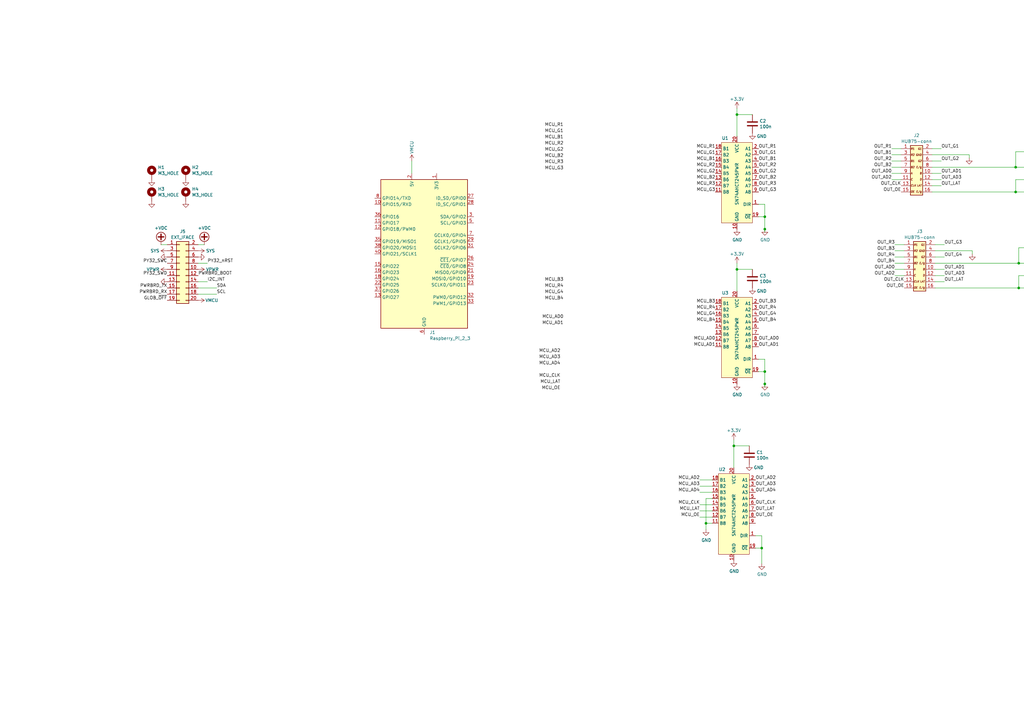
<source format=kicad_sch>
(kicad_sch (version 20231120) (generator "eeschema") (generator_version "8.0")
  (paper "A3")
  (lib_symbols
    (symbol "Connector:Raspberry_Pi_2_3"
      (property "Reference" "J" (at -17.78 31.75 0))
      (property "Value" "Raspberry_Pi_2_3" (at 10.16 -31.75 0))
      (symbol "Raspberry_Pi_2_3_0_1"
        (rectangle (start -17.78 30.48) (end 17.78 -30.48) (stroke (width 0.254)) (fill (type background)))
      )
      (symbol "Raspberry_Pi_2_3_1_1"
        (pin power_in line (at 5.08 33.02 270) (length 2.54) (name "3V3") (number "1"))
        (pin bidirectional line (at -20.32 20.32 0) (length 2.54) (name "GPIO15/RXD") (number "10"))
        (pin bidirectional line (at -20.32 12.7 0) (length 2.54) (name "GPIO17") (number "11"))
        (pin bidirectional line (at -20.32 10.16 0) (length 2.54) (name "GPIO18/PWM0") (number "12"))
        (pin bidirectional line (at -20.32 -17.78 0) (length 2.54) (name "GPIO27") (number "13"))
        (pin passive line (at 0 -33.02 90) (length 2.54) hide (name "GND") (number "14"))
        (pin bidirectional line (at -20.32 -5.08 0) (length 2.54) (name "GPIO22") (number "15"))
        (pin bidirectional line (at -20.32 -7.62 0) (length 2.54) (name "GPIO23") (number "16"))
        (pin passive line (at 5.08 33.02 270) (length 2.54) hide (name "3V3") (number "17"))
        (pin bidirectional line (at -20.32 -10.16 0) (length 2.54) (name "GPIO24") (number "18"))
        (pin bidirectional line (at 20.32 -10.16 180) (length 2.54) (name "MOSI0/GPIO10") (number "19"))
        (pin power_in line (at -5.08 33.02 270) (length 2.54) (name "5V") (number "2"))
        (pin passive line (at 0 -33.02 90) (length 2.54) hide (name "GND") (number "20"))
        (pin bidirectional line (at 20.32 -7.62 180) (length 2.54) (name "MISO0/GPIO9") (number "21"))
        (pin bidirectional line (at -20.32 -12.7 0) (length 2.54) (name "GPIO25") (number "22"))
        (pin bidirectional line (at 20.32 -12.7 180) (length 2.54) (name "SCLK0/GPIO11") (number "23"))
        (pin bidirectional line (at 20.32 -5.08 180) (length 2.54) (name "~{CE0}/GPIO8") (number "24"))
        (pin passive line (at 0 -33.02 90) (length 2.54) hide (name "GND") (number "25"))
        (pin bidirectional line (at 20.32 -2.54 180) (length 2.54) (name "~{CE1}/GPIO7") (number "26"))
        (pin bidirectional line (at 20.32 22.86 180) (length 2.54) (name "ID_SD/GPIO0") (number "27"))
        (pin bidirectional line (at 20.32 20.32 180) (length 2.54) (name "ID_SC/GPIO1") (number "28"))
        (pin bidirectional line (at 20.32 5.08 180) (length 2.54) (name "GCLK1/GPIO5") (number "29"))
        (pin bidirectional line (at 20.32 15.24 180) (length 2.54) (name "SDA/GPIO2") (number "3"))
        (pin passive line (at 0 -33.02 90) (length 2.54) hide (name "GND") (number "30"))
        (pin bidirectional line (at 20.32 2.54 180) (length 2.54) (name "GCLK2/GPIO6") (number "31"))
        (pin bidirectional line (at 20.32 -17.78 180) (length 2.54) (name "PWM0/GPIO12") (number "32"))
        (pin bidirectional line (at 20.32 -20.32 180) (length 2.54) (name "PWM1/GPIO13") (number "33"))
        (pin passive line (at 0 -33.02 90) (length 2.54) hide (name "GND") (number "34"))
        (pin bidirectional line (at -20.32 5.08 0) (length 2.54) (name "GPIO19/MISO1") (number "35"))
        (pin bidirectional line (at -20.32 15.24 0) (length 2.54) (name "GPIO16") (number "36"))
        (pin bidirectional line (at -20.32 -15.24 0) (length 2.54) (name "GPIO26") (number "37"))
        (pin bidirectional line (at -20.32 2.54 0) (length 2.54) (name "GPIO20/MOSI1") (number "38"))
        (pin passive line (at 0 -33.02 90) (length 2.54) hide (name "GND") (number "39"))
        (pin passive line (at -5.08 33.02 270) (length 2.54) hide (name "5V") (number "4"))
        (pin bidirectional line (at -20.32 0 0) (length 2.54) (name "GPIO21/SCLK1") (number "40"))
        (pin bidirectional line (at 20.32 12.7 180) (length 2.54) (name "SCL/GPIO3") (number "5"))
        (pin power_in line (at 0 -33.02 90) (length 2.54) (name "GND") (number "6"))
        (pin bidirectional line (at 20.32 7.62 180) (length 2.54) (name "GCLK0/GPIO4") (number "7"))
        (pin bidirectional line (at -20.32 22.86 0) (length 2.54) (name "GPIO14/TXD") (number "8"))
        (pin passive line (at 0 -33.02 90) (length 2.54) hide (name "GND") (number "9"))
      )
    )
    (symbol "Connector_Generic:Conn_02x10_Odd_Even" (pin_names (offset 1.016) hide)
      (property "Reference" "J" (at 1.27 12.7 0))
      (property "Value" "Conn_02x10_Odd_Even" (at 1.27 -15.24 0))
      (symbol "Conn_02x10_Odd_Even_1_1"
        (rectangle (start -1.27 -12.573) (end 0 -12.827) (stroke (width 0.1524)))
        (rectangle (start -1.27 -10.033) (end 0 -10.287) (stroke (width 0.1524)))
        (rectangle (start -1.27 -7.493) (end 0 -7.747) (stroke (width 0.1524)))
        (rectangle (start -1.27 -4.953) (end 0 -5.207) (stroke (width 0.1524)))
        (rectangle (start -1.27 -2.413) (end 0 -2.667) (stroke (width 0.1524)))
        (rectangle (start -1.27 0.127) (end 0 -0.127) (stroke (width 0.1524)))
        (rectangle (start -1.27 2.667) (end 0 2.413) (stroke (width 0.1524)))
        (rectangle (start -1.27 5.207) (end 0 4.953) (stroke (width 0.1524)))
        (rectangle (start -1.27 7.747) (end 0 7.493) (stroke (width 0.1524)))
        (rectangle (start -1.27 10.287) (end 0 10.033) (stroke (width 0.1524)))
        (rectangle (start -1.27 11.43) (end 3.81 -13.97) (stroke (width 0.254)) (fill (type background)))
        (rectangle (start 3.81 -12.573) (end 2.54 -12.827) (stroke (width 0.1524)))
        (rectangle (start 3.81 -10.033) (end 2.54 -10.287) (stroke (width 0.1524)))
        (rectangle (start 3.81 -7.493) (end 2.54 -7.747) (stroke (width 0.1524)))
        (rectangle (start 3.81 -4.953) (end 2.54 -5.207) (stroke (width 0.1524)))
        (rectangle (start 3.81 -2.413) (end 2.54 -2.667) (stroke (width 0.1524)))
        (rectangle (start 3.81 0.127) (end 2.54 -0.127) (stroke (width 0.1524)))
        (rectangle (start 3.81 2.667) (end 2.54 2.413) (stroke (width 0.1524)))
        (rectangle (start 3.81 5.207) (end 2.54 4.953) (stroke (width 0.1524)))
        (rectangle (start 3.81 7.747) (end 2.54 7.493) (stroke (width 0.1524)))
        (rectangle (start 3.81 10.287) (end 2.54 10.033) (stroke (width 0.1524)))
        (pin passive line (at -5.08 10.16 0) (length 3.81) (name "Pin_1") (number "1"))
        (pin passive line (at 7.62 0 180) (length 3.81) (name "Pin_10") (number "10"))
        (pin passive line (at -5.08 -2.54 0) (length 3.81) (name "Pin_11") (number "11"))
        (pin passive line (at 7.62 -2.54 180) (length 3.81) (name "Pin_12") (number "12"))
        (pin passive line (at -5.08 -5.08 0) (length 3.81) (name "Pin_13") (number "13"))
        (pin passive line (at 7.62 -5.08 180) (length 3.81) (name "Pin_14") (number "14"))
        (pin passive line (at -5.08 -7.62 0) (length 3.81) (name "Pin_15") (number "15"))
        (pin passive line (at 7.62 -7.62 180) (length 3.81) (name "Pin_16") (number "16"))
        (pin passive line (at -5.08 -10.16 0) (length 3.81) (name "Pin_17") (number "17"))
        (pin passive line (at 7.62 -10.16 180) (length 3.81) (name "Pin_18") (number "18"))
        (pin passive line (at -5.08 -12.7 0) (length 3.81) (name "Pin_19") (number "19"))
        (pin passive line (at 7.62 10.16 180) (length 3.81) (name "Pin_2") (number "2"))
        (pin passive line (at 7.62 -12.7 180) (length 3.81) (name "Pin_20") (number "20"))
        (pin passive line (at -5.08 7.62 0) (length 3.81) (name "Pin_3") (number "3"))
        (pin passive line (at 7.62 7.62 180) (length 3.81) (name "Pin_4") (number "4"))
        (pin passive line (at -5.08 5.08 0) (length 3.81) (name "Pin_5") (number "5"))
        (pin passive line (at 7.62 5.08 180) (length 3.81) (name "Pin_6") (number "6"))
        (pin passive line (at -5.08 2.54 0) (length 3.81) (name "Pin_7") (number "7"))
        (pin passive line (at 7.62 2.54 180) (length 3.81) (name "Pin_8") (number "8"))
        (pin passive line (at -5.08 0 0) (length 3.81) (name "Pin_9") (number "9"))
      )
    )
    (symbol "Critbit_lib:HUB75-conn" (pin_names (offset 1.016) hide)
      (property "Reference" "J" (at 1.27 10.16 0))
      (property "Value" "HUB75-conn" (at 1.27 -12.7 0))
      (symbol "HUB75-conn_1_1"
        (rectangle (start -1.27 8.89) (end 3.81 -11.43) (stroke (width 0.254)) (fill (type background)))
        (text "G1\n\nGND\n\nG2\n\nE/g\n\nB\n\nD\n\nLAT\n\nE/g" (at 3.4966 -1.2314 0) (effects (font (size 0.78 0.78) (italic yes)) (justify right)))
        (text "R1\n\nR2\n\nB1\n\nB2\n\nA\n\nC\n\nCLK\n\nOE" (at -1.1884 -1.2314 0) (effects (font (size 0.78 0.78) (italic yes)) (justify left)))
        (pin passive line (at -5.08 7.62 0) (length 3.81) (name "Pin_1") (number "1"))
        (pin passive line (at 7.62 -2.54 180) (length 3.81) (name "Pin_10") (number "10"))
        (pin passive line (at -5.08 -5.08 0) (length 3.81) (name "Pin_11") (number "11"))
        (pin passive line (at 7.62 -5.08 180) (length 3.81) (name "Pin_12") (number "12"))
        (pin passive line (at -5.08 -7.62 0) (length 3.81) (name "Pin_13") (number "13"))
        (pin passive line (at 7.62 -7.62 180) (length 3.81) (name "Pin_14") (number "14"))
        (pin passive line (at -5.08 -10.16 0) (length 3.81) (name "Pin_15") (number "15"))
        (pin passive line (at 7.62 -10.16 180) (length 3.81) (name "Pin_16") (number "16"))
        (pin passive line (at 7.62 7.62 180) (length 3.81) (name "Pin_2") (number "2"))
        (pin passive line (at -5.08 5.08 0) (length 3.81) (name "Pin_3") (number "3"))
        (pin passive line (at 7.62 5.08 180) (length 3.81) (name "Pin_4") (number "4"))
        (pin passive line (at -5.08 2.54 0) (length 3.81) (name "Pin_5") (number "5"))
        (pin passive line (at 7.62 2.54 180) (length 3.81) (name "Pin_6") (number "6"))
        (pin passive line (at -5.08 0 0) (length 3.81) (name "Pin_7") (number "7"))
        (pin passive line (at 7.62 0 180) (length 3.81) (name "Pin_8") (number "8"))
        (pin passive line (at -5.08 -2.54 0) (length 3.81) (name "Pin_9") (number "9"))
      )
    )
    (symbol "Device:C" (pin_numbers hide) (pin_names (offset 0.254))
      (property "Reference" "C" (at 0.635 2.54 0))
      (property "Value" "C" (at 0.635 -2.54 0))
      (symbol "C_0_1"
        (polyline (pts (xy -2.032 -0.762) (xy 2.032 -0.762)) (stroke (width 0.508)))
        (polyline (pts (xy -2.032 0.762) (xy 2.032 0.762)) (stroke (width 0.508)))
      )
      (symbol "C_1_1"
        (pin passive line (at 0 3.81 270) (length 2.794) (name "~") (number "1"))
        (pin passive line (at 0 -3.81 90) (length 2.794) (name "~") (number "2"))
      )
    )
    (symbol "Device:R_Small" (pin_numbers hide) (pin_names (offset 0.254) hide)
      (property "Reference" "R" (at 0.762 0.508 0))
      (property "Value" "R_Small" (at 0.762 -1.016 0))
      (symbol "R_Small_0_1"
        (rectangle (start -0.762 1.778) (end 0.762 -1.778) (stroke (width 0.2032)))
      )
      (symbol "R_Small_1_1"
        (pin passive line (at 0 2.54 270) (length 0.762) (name "~") (number "1"))
        (pin passive line (at 0 -2.54 90) (length 0.762) (name "~") (number "2"))
      )
    )
    (symbol "Mechanical:MountingHole_Pad" (pin_numbers hide) (pin_names (offset 1.016) hide) (exclude_from_sim yes) (in_bom no)
      (property "Reference" "H" (at 0 6.35 0))
      (property "Value" "MountingHole_Pad" (at 0 4.445 0))
      (symbol "MountingHole_Pad_0_1"
        (circle (center 0 1.27) (radius 1.27) (stroke (width 1.27)))
      )
      (symbol "MountingHole_Pad_1_1"
        (pin input line (at 0 -2.54 90) (length 2.54) (name "1") (number "1"))
      )
    )
    (symbol "easyeda2kicad:SN74AHCT245PWR"
      (property "Reference" "U" (at 0 16.51 0))
      (property "Value" "SN74AHCT245PWR" (at 9.398 -18.034 0))
      (symbol "SN74AHCT245PWR_0_1"
        (rectangle (start -6.35 16.51) (end 6.35 -16.51) (fill (type background)))
        (pin unspecified line (at -8.89 -8.89 0) (length 2.54) (name "DIR") (number "1"))
        (pin unspecified line (at 0 -19.05 90) (length 2.54) (name "GND") (number "10"))
        (pin unspecified line (at 8.89 -3.81 180) (length 2.54) (name "B8") (number "11"))
        (pin unspecified line (at 8.89 -1.27 180) (length 2.54) (name "B7") (number "12"))
        (pin unspecified line (at 8.89 1.27 180) (length 2.54) (name "B6") (number "13"))
        (pin unspecified line (at 8.89 3.81 180) (length 2.54) (name "B5") (number "14"))
        (pin unspecified line (at 8.89 6.35 180) (length 2.54) (name "B4") (number "15"))
        (pin unspecified line (at 8.89 8.89 180) (length 2.54) (name "B3") (number "16"))
        (pin unspecified line (at 8.89 11.43 180) (length 2.54) (name "B2") (number "17"))
        (pin unspecified line (at 8.89 13.97 180) (length 2.54) (name "B1") (number "18"))
        (pin unspecified line (at -8.89 -13.97 0) (length 2.54) (name "~{OE}") (number "19"))
        (pin unspecified line (at -8.89 13.97 0) (length 2.54) (name "A1") (number "2"))
        (pin unspecified line (at 0 19.05 270) (length 2.54) (name "VCC") (number "20"))
        (pin unspecified line (at -8.89 11.43 0) (length 2.54) (name "A2") (number "3"))
        (pin unspecified line (at -8.89 8.89 0) (length 2.54) (name "A3") (number "4"))
        (pin unspecified line (at -8.89 6.35 0) (length 2.54) (name "A4") (number "5"))
        (pin unspecified line (at -8.89 3.81 0) (length 2.54) (name "A5") (number "6"))
        (pin unspecified line (at -8.89 1.27 0) (length 2.54) (name "A6") (number "7"))
        (pin unspecified line (at -8.89 -1.27 0) (length 2.54) (name "A7") (number "8"))
        (pin unspecified line (at -8.89 -3.81 0) (length 2.54) (name "A8") (number "9"))
      )
    )
    (symbol "power:+3.3V" (power) (pin_names (offset 0))
      (property "Value" "+3.3V" (at 0 3.556 0))
      (symbol "+3.3V_0_1"
        (polyline (pts (xy -0.762 1.27) (xy 0 2.54)))
        (polyline (pts (xy 0 0) (xy 0 2.54)))
        (polyline (pts (xy 0 2.54) (xy 0.762 1.27)))
      )
      (symbol "+3.3V_1_1"
        (pin power_in line (at 0 0 90) (length 0) hide (name "+3.3V") (number "1"))
      )
    )
    (symbol "power:+5V" (power) (pin_names (offset 0))
      (property "Value" "+5V" (at 0 3.556 0))
      (symbol "+5V_0_1"
        (polyline (pts (xy -0.762 1.27) (xy 0 2.54)))
        (polyline (pts (xy 0 0) (xy 0 2.54)))
        (polyline (pts (xy 0 2.54) (xy 0.762 1.27)))
      )
      (symbol "+5V_1_1"
        (pin power_in line (at 0 0 90) (length 0) hide (name "+5V") (number "1"))
      )
    )
    (symbol "power:+BATT" (power) (pin_names (offset 0))
      (property "Value" "+BATT" (at 0 3.556 0))
      (symbol "+BATT_0_1"
        (polyline (pts (xy -0.762 1.27) (xy 0 2.54)))
        (polyline (pts (xy 0 0) (xy 0 2.54)))
        (polyline (pts (xy 0 2.54) (xy 0.762 1.27)))
      )
      (symbol "+BATT_1_1"
        (pin power_in line (at 0 0 90) (length 0) hide (name "+BATT") (number "1"))
      )
    )
    (symbol "power:+VDC" (power) (pin_numbers hide) (pin_names (offset 0) hide)
      (property "Value" "+VDC" (at 0 6.35 0))
      (symbol "+VDC_0_1"
        (polyline (pts (xy -1.143 3.175) (xy 1.143 3.175)) (stroke (width 0.508)))
        (polyline (pts (xy 0 0) (xy 0 1.27)))
        (polyline (pts (xy 0 2.032) (xy 0 4.318)) (stroke (width 0.508)))
        (circle (center 0 3.175) (radius 1.905) (stroke (width 0.254)))
      )
      (symbol "+VDC_1_1"
        (pin power_in line (at 0 0 90) (length 0) (name "~") (number "1"))
      )
    )
    (symbol "power:GND" (power) (pin_names (offset 0))
      (property "Value" "GND" (at 0 -3.81 0))
      (symbol "GND_0_1"
        (polyline (pts (xy 0 0) (xy 0 -1.27) (xy 1.27 -1.27) (xy 0 -2.54) (xy -1.27 -1.27) (xy 0 -1.27)))
      )
      (symbol "GND_1_1"
        (pin power_in line (at 0 0 270) (length 0) hide (name "GND") (number "1"))
      )
    )
  )
  (junction (at 302.26 46.99))
  (junction (at 313.69 93.98))
  (junction (at 426.72 68.58))
  (junction (at 416.56 78.74))
  (junction (at 417.83 118.11))
  (junction (at 300.99 182.88))
  (junction (at 312.42 224.79))
  (junction (at 302.26 110.49))
  (junction (at 313.69 157.48))
  (junction (at 417.83 107.95))
  (junction (at 427.99 107.95))
  (junction (at 416.56 68.58))
  (junction (at 313.69 88.9))
  (junction (at 289.56 214.63))
  (junction (at 313.69 152.4))
  (wire (pts (xy 417.83 113.03) (xy 421.64 113.03)))
  (wire (pts (xy 429.26 118.11) (xy 426.72 118.11)))
  (wire (pts (xy 398.78 102.87) (xy 398.78 104.14)))
  (wire (pts (xy 365.76 60.96) (xy 369.57 60.96)))
  (wire (pts (xy 68.58 100.33) (xy 66.04 100.33)))
  (wire (pts (xy 313.69 83.82) (xy 311.15 83.82)))
  (wire (pts (xy 382.27 78.74) (xy 416.56 78.74)))
  (wire (pts (xy 425.45 73.66) (xy 426.72 73.66)))
  (wire (pts (xy 287.02 209.55) (xy 292.1 209.55)))
  (wire (pts (xy 386.08 66.04) (xy 382.27 66.04)))
  (wire (pts (xy 382.27 63.5) (xy 397.51 63.5)))
  (wire (pts (xy 312.42 219.71) (xy 309.88 219.71)))
  (wire (pts (xy 302.26 44.45) (xy 302.26 46.99)))
  (wire (pts (xy 416.56 78.74) (xy 416.56 73.66)))
  (wire (pts (xy 426.72 68.58) (xy 427.99 68.58)))
  (wire (pts (xy 287.02 207.01) (xy 292.1 207.01)))
  (wire (pts (xy 289.56 204.47) (xy 292.1 204.47)))
  (wire (pts (xy 287.02 201.93) (xy 292.1 201.93)))
  (wire (pts (xy 365.76 63.5) (xy 369.57 63.5)))
  (wire (pts (xy 302.26 46.99) (xy 302.26 55.88)))
  (wire (pts (xy 387.35 100.33) (xy 383.54 100.33)))
  (wire (pts (xy 312.42 224.79) (xy 312.42 231.14)))
  (wire (pts (xy 426.72 62.23) (xy 425.45 62.23)))
  (wire (pts (xy 302.26 110.49) (xy 308.61 110.49)))
  (wire (pts (xy 367.03 102.87) (xy 370.84 102.87)))
  (wire (pts (xy 426.72 63.5) (xy 426.72 62.23)))
  (wire (pts (xy 302.26 107.95) (xy 302.26 110.49)))
  (wire (pts (xy 387.35 113.03) (xy 383.54 113.03)))
  (wire (pts (xy 387.35 115.57) (xy 383.54 115.57)))
  (wire (pts (xy 416.56 68.58) (xy 420.37 68.58)))
  (wire (pts (xy 300.99 180.34) (xy 300.99 182.88)))
  (wire (pts (xy 81.28 118.11) (xy 88.9 118.11)))
  (wire (pts (xy 287.02 212.09) (xy 292.1 212.09)))
  (wire (pts (xy 287.02 196.85) (xy 292.1 196.85)))
  (wire (pts (xy 386.08 60.96) (xy 382.27 60.96)))
  (wire (pts (xy 313.69 152.4) (xy 313.69 147.32)))
  (wire (pts (xy 83.82 100.33) (xy 81.28 100.33)))
  (wire (pts (xy 311.15 152.4) (xy 313.69 152.4)))
  (wire (pts (xy 387.35 110.49) (xy 383.54 110.49)))
  (wire (pts (xy 382.27 68.58) (xy 416.56 68.58)))
  (wire (pts (xy 313.69 147.32) (xy 311.15 147.32)))
  (wire (pts (xy 289.56 214.63) (xy 292.1 214.63)))
  (wire (pts (xy 302.26 110.49) (xy 302.26 119.38)))
  (wire (pts (xy 365.76 68.58) (xy 369.57 68.58)))
  (wire (pts (xy 309.88 224.79) (xy 312.42 224.79)))
  (wire (pts (xy 383.54 102.87) (xy 398.78 102.87)))
  (wire (pts (xy 313.69 158.75) (xy 313.69 157.48)))
  (wire (pts (xy 365.76 71.12) (xy 369.57 71.12)))
  (wire (pts (xy 289.56 214.63) (xy 289.56 204.47)))
  (wire (pts (xy 427.99 113.03) (xy 427.99 107.95)))
  (wire (pts (xy 417.83 118.11) (xy 421.64 118.11)))
  (wire (pts (xy 313.69 157.48) (xy 313.69 152.4)))
  (wire (pts (xy 386.08 76.2) (xy 382.27 76.2)))
  (wire (pts (xy 427.99 102.87) (xy 427.99 101.6)))
  (wire (pts (xy 302.26 46.99) (xy 308.61 46.99)))
  (wire (pts (xy 367.03 110.49) (xy 370.84 110.49)))
  (wire (pts (xy 417.83 101.6) (xy 417.83 107.95)))
  (wire (pts (xy 85.09 107.95) (xy 81.28 107.95)))
  (wire (pts (xy 81.28 115.57) (xy 85.09 115.57)))
  (wire (pts (xy 287.02 199.39) (xy 292.1 199.39)))
  (wire (pts (xy 386.08 73.66) (xy 382.27 73.66)))
  (wire (pts (xy 367.03 105.41) (xy 370.84 105.41)))
  (wire (pts (xy 300.99 182.88) (xy 300.99 191.77)))
  (wire (pts (xy 427.99 78.74) (xy 425.45 78.74)))
  (wire (pts (xy 426.72 107.95) (xy 427.99 107.95)))
  (wire (pts (xy 417.83 107.95) (xy 421.64 107.95)))
  (wire (pts (xy 416.56 62.23) (xy 416.56 68.58)))
  (wire (pts (xy 367.03 107.95) (xy 370.84 107.95)))
  (wire (pts (xy 313.69 93.98) (xy 313.69 88.9)))
  (wire (pts (xy 417.83 118.11) (xy 417.83 113.03)))
  (wire (pts (xy 312.42 224.79) (xy 312.42 219.71)))
  (wire (pts (xy 313.69 88.9) (xy 313.69 83.82)))
  (wire (pts (xy 367.03 113.03) (xy 370.84 113.03)))
  (wire (pts (xy 383.54 107.95) (xy 417.83 107.95)))
  (wire (pts (xy 311.15 88.9) (xy 313.69 88.9)))
  (wire (pts (xy 427.99 80.01) (xy 427.99 78.74)))
  (wire (pts (xy 386.08 71.12) (xy 382.27 71.12)))
  (wire (pts (xy 81.28 120.65) (xy 88.9 120.65)))
  (wire (pts (xy 429.26 119.38) (xy 429.26 118.11)))
  (wire (pts (xy 387.35 105.41) (xy 383.54 105.41)))
  (wire (pts (xy 313.69 95.25) (xy 313.69 93.98)))
  (wire (pts (xy 416.56 73.66) (xy 420.37 73.66)))
  (wire (pts (xy 426.72 73.66) (xy 426.72 68.58)))
  (wire (pts (xy 421.64 101.6) (xy 417.83 101.6)))
  (wire (pts (xy 397.51 63.5) (xy 397.51 64.77)))
  (wire (pts (xy 289.56 217.17) (xy 289.56 214.63)))
  (wire (pts (xy 427.99 101.6) (xy 426.72 101.6)))
  (wire (pts (xy 300.99 182.88) (xy 307.34 182.88)))
  (wire (pts (xy 383.54 118.11) (xy 417.83 118.11)))
  (wire (pts (xy 425.45 68.58) (xy 426.72 68.58)))
  (wire (pts (xy 416.56 78.74) (xy 420.37 78.74)))
  (wire (pts (xy 367.03 100.33) (xy 370.84 100.33)))
  (wire (pts (xy 427.99 107.95) (xy 429.26 107.95)))
  (wire (pts (xy 365.76 66.04) (xy 369.57 66.04)))
  (wire (pts (xy 426.72 113.03) (xy 427.99 113.03)))
  (wire (pts (xy 365.76 73.66) (xy 369.57 73.66)))
  (wire (pts (xy 168.91 66.04) (xy 168.91 71.12)))
  (wire (pts (xy 420.37 62.23) (xy 416.56 62.23)))
  (label "OUT_LAT" (at 309.88 209.55 0))
  (label "OUT_AD2" (at 365.76 73.66 180))
  (label "OUT_AD3" (at 386.08 73.66 0))
  (label "OUT_AD1" (at 386.08 71.12 0))
  (label "OUT_B4" (at 367.03 107.95 180))
  (label "OUT_AD4" (at 429.26 107.95 0))
  (label "PWRBRD_RX" (at 68.58 120.65 180))
  (label "OUT_G2" (at 386.08 66.04 0))
  (label "MCU_R1" (at 293.37 60.96 180))
  (label "MCU_AD4" (at 229.87 149.86 180))
  (label "MCU_CLK" (at 229.87 154.94 180))
  (label "OUT_AD0" (at 311.15 139.7 0))
  (label "OUT_R4" (at 311.15 127 0))
  (label "OUT_G4" (at 311.15 129.54 0))
  (label "MCU_B1" (at 231.14 57.15 180))
  (label "MCU_LAT" (at 287.02 209.55 180))
  (label "MCU_AD0" (at 231.14 130.81 180))
  (label "MCU_B3" (at 293.37 124.46 180))
  (label "MCU_B4" (at 293.37 132.08 180))
  (label "OUT_R2" (at 311.15 68.58 0))
  (label "OUT_G1" (at 386.08 60.96 0))
  (label "PY32_SWC" (at 68.58 107.95 180))
  (label "OUT_AD2" (at 309.88 196.85 0))
  (label "MCU_CLK" (at 287.02 207.01 180))
  (label "OUT_CLK" (at 369.57 76.2 180))
  (label "OUT_B3" (at 367.03 102.87 180))
  (label "MCU_G1" (at 231.14 54.61 180))
  (label "OUT_LAT" (at 387.35 115.57 0))
  (label "OUT_OE" (at 369.57 78.74 180))
  (label "MCU_B1" (at 293.37 66.04 180))
  (label "GLOB_~{OFF}" (at 68.58 123.19 180))
  (label "MCU_G3" (at 293.37 78.74 180))
  (label "MCU_B2" (at 231.14 64.77 180))
  (label "OUT_OE" (at 370.84 118.11 180))
  (label "OUT_B3" (at 311.15 124.46 0))
  (label "MCU_R3" (at 231.14 67.31 180))
  (label "MCU_AD1" (at 293.37 142.24 180))
  (label "OUT_CLK" (at 370.84 115.57 180))
  (label "OUT_CLK" (at 309.88 207.01 0))
  (label "OUT_G2" (at 311.15 71.12 0))
  (label "MCU_OE" (at 229.87 160.02 180))
  (label "MCU_G2" (at 293.37 71.12 180))
  (label "OUT_LAT" (at 386.08 76.2 0))
  (label "OUT_R1" (at 311.15 60.96 0))
  (label "OUT_AD3" (at 387.35 113.03 0))
  (label "OUT_B1" (at 311.15 66.04 0))
  (label "OUT_G4" (at 387.35 105.41 0))
  (label "SDA" (at 88.9 118.11 0))
  (label "MCU_AD3" (at 287.02 199.39 180))
  (label "OUT_B4" (at 311.15 132.08 0))
  (label "OUT_AD2" (at 367.03 113.03 180))
  (label "OUT_AD3" (at 309.88 199.39 0))
  (label "MCU_AD3" (at 229.87 147.32 180))
  (label "OUT_AD1" (at 387.35 110.49 0))
  (label "OUT_B2" (at 365.76 68.58 180))
  (label "OUT_AD4" (at 309.88 201.93 0))
  (label "MCU_AD1" (at 231.14 133.35 180))
  (label "OUT_R2" (at 365.76 66.04 180))
  (label "OUT_G1" (at 311.15 63.5 0))
  (label "SCL" (at 88.9 120.65 0))
  (label "OUT_AD4" (at 427.99 68.58 0))
  (label "MCU_G1" (at 293.37 63.5 180))
  (label "MCU_B2" (at 293.37 73.66 180))
  (label "OUT_B1" (at 365.76 63.5 180))
  (label "MCU_G4" (at 293.37 129.54 180))
  (label "PWRBRD_TX" (at 68.58 118.11 180))
  (label "PY32_SWD" (at 68.58 113.03 180))
  (label "MCU_R4" (at 231.14 118.11 180))
  (label "MCU_R4" (at 293.37 127 180))
  (label "PWRBRD_BOOT" (at 81.28 113.03 0))
  (label "OUT_AD0" (at 367.03 110.49 180))
  (label "MCU_R1" (at 231.14 52.07 180))
  (label "MCU_AD2" (at 229.87 144.78 180))
  (label "MCU_AD4" (at 287.02 201.93 180))
  (label "OUT_R1" (at 365.76 60.96 180))
  (label "OUT_G3" (at 387.35 100.33 0))
  (label "MCU_R2" (at 293.37 68.58 180))
  (label "OUT_B2" (at 311.15 73.66 0))
  (label "MCU_G4" (at 231.14 120.65 180))
  (label "OUT_R3" (at 367.03 100.33 180))
  (label "MCU_AD0" (at 293.37 139.7 180))
  (label "OUT_G3" (at 311.15 78.74 0))
  (label "MCU_B3" (at 231.14 115.57 180))
  (label "MCU_G3" (at 231.14 69.85 180))
  (label "MCU_B4" (at 231.14 123.19 180))
  (label "MCU_G2" (at 231.14 62.23 180))
  (label "OUT_R4" (at 367.03 105.41 180))
  (label "I2C_INT" (at 85.09 115.57 0))
  (label "MCU_AD2" (at 287.02 196.85 180))
  (label "OUT_AD1" (at 311.15 142.24 0))
  (label "OUT_OE" (at 309.88 212.09 0))
  (label "PY32_nRST" (at 85.09 107.95 0))
  (label "OUT_AD0" (at 365.76 71.12 180))
  (label "MCU_R3" (at 293.37 76.2 180))
  (label "MCU_OE" (at 287.02 212.09 180))
  (label "OUT_R3" (at 311.15 76.2 0))
  (label "MCU_LAT" (at 229.87 157.48 180))
  (label "MCU_R2" (at 231.14 59.69 180))
  (symbol (lib_id "Device:R_Small") (at 422.91 78.74 270) (mirror x) (unit 1)
    (property "Reference" "R4" (at 422.91 76.962 90))
    (property "Value" "0R/0603" (at 423.164 80.264 90) (effects (font (size 0.65 0.65))))
    (property "Footprint" "Resistor_SMD:R_0603_1608Metric" (effects (hide yes)))
    (property "LCSC" "C21189" (effects (hide yes)))
  )
  (symbol (lib_id "power:GND") (at 76.2 82.55 0) (unit 1)
    (property "Reference" "#PWR0121" (effects (hide yes)))
    (property "Value" "GND" (effects (hide yes)))
  )
  (symbol (lib_id "Device:R_Small") (at 422.91 62.23 270) (mirror x) (unit 1) (dnp yes)
    (property "Reference" "R1" (at 422.91 60.452 90))
    (property "Value" "DNP/0603" (at 423.164 63.754 90) (effects (font (size 0.65 0.65))))
    (property "Footprint" "Resistor_SMD:R_0603_1608Metric" (effects (hide yes)))
  )
  (symbol (lib_id "power:GND") (at 302.26 157.48 0) (unit 1)
    (property "Reference" "#PWR019" (effects (hide yes)))
    (property "Value" "GND" (at 302.387 161.8742 0))
  )
  (symbol (lib_id "Mechanical:MountingHole_Pad") (at 76.2 71.12 0) (unit 1) (exclude_from_sim yes) (in_bom no)
    (property "Reference" "H2" (at 78.74 68.6378 0) (effects (justify left)))
    (property "Value" "M3_HOLE" (at 78.74 71.0621 0) (effects (justify left)))
    (property "Footprint" "MountingHole:MountingHole_3.2mm_M3_DIN965_Pad" (effects (hide yes)))
    (property "Description" "Mounting Hole with connection" (effects (hide yes)))
  )
  (symbol (lib_id "Device:R_Small") (at 422.91 73.66 270) (mirror x) (unit 1) (dnp yes)
    (property "Reference" "R3" (at 422.91 71.882 90))
    (property "Value" "DNP/0603" (at 423.164 75.184 90) (effects (font (size 0.65 0.65))))
    (property "Footprint" "Resistor_SMD:R_0603_1608Metric" (effects (hide yes)))
  )
  (symbol (lib_id "power:+5V") (at 68.58 110.49 90) (unit 1)
    (property "Reference" "#PWR013" (effects (hide yes)))
    (property "Value" "VPWR" (at 65.405 110.49 90) (effects (justify left)))
  )
  (symbol (lib_id "power:GND") (at 397.51 64.77 0) (mirror y) (unit 1)
    (property "Reference" "#PWR023" (effects (hide yes)))
    (property "Value" "GND" (effects (hide yes)))
  )
  (symbol (lib_id "easyeda2kicad:SN74AHCT245PWR") (at 302.26 74.93 0) (mirror y) (unit 1)
    (property "Reference" "U1" (at 297.434 56.642 0))
    (property "Value" "SN74AHCT245PWR" (at 302.26 75.438 90))
    (property "Footprint" "easyeda2kicad:TSSOP-20_L6.5-W4.4-P0.65-LS6.4-BL" (effects (hide yes)))
    (property "Datasheet" "https://lcsc.com/product-detail/74-Series_TI_SN74AHCT245PWR_SN74AHCT245PWR_C10910.html" (effects (hide yes)))
    (property "LCSC" "C10910" (effects (hide yes)))
  )
  (symbol (lib_id "power:GND") (at 289.56 217.17 0) (unit 1)
    (property "Reference" "#PWR09" (effects (hide yes)))
    (property "Value" "GND" (at 289.687 221.5642 0))
  )
  (symbol (lib_id "Device:C") (at 308.61 114.3 0) (unit 1)
    (property "Reference" "C3" (at 311.531 113.1316 0) (effects (justify left)))
    (property "Value" "100n" (at 311.531 115.443 0) (effects (justify left)))
    (property "Footprint" "Capacitor_SMD:C_0402_1005Metric" (effects (hide yes)))
    (property "LCSC" "C1525" (effects (hide yes)))
  )
  (symbol (lib_id "power:GND") (at 302.26 93.98 0) (unit 1)
    (property "Reference" "#PWR010" (effects (hide yes)))
    (property "Value" "GND" (at 302.387 98.3742 0))
  )
  (symbol (lib_id "Mechanical:MountingHole_Pad") (at 62.23 71.12 0) (unit 1) (exclude_from_sim yes) (in_bom no)
    (property "Reference" "H1" (at 64.77 68.6378 0) (effects (justify left)))
    (property "Value" "M3_HOLE" (at 64.77 71.0621 0) (effects (justify left)))
    (property "Footprint" "MountingHole:MountingHole_3.2mm_M3_DIN965_Pad" (effects (hide yes)))
    (property "Description" "Mounting Hole with connection" (effects (hide yes)))
  )
  (symbol (lib_id "power:GND") (at 429.26 119.38 0) (mirror y) (unit 1)
    (property "Reference" "#PWR028" (effects (hide yes)))
    (property "Value" "GND" (effects (hide yes)))
  )
  (symbol (lib_id "power:+5V") (at 81.28 110.49 270) (unit 1)
    (property "Reference" "#PWR014" (effects (hide yes)))
    (property "Value" "VPWR" (at 84.455 110.49 90) (effects (justify left)))
  )
  (symbol (lib_id "power:+3.3V") (at 300.99 180.34 0) (mirror y) (unit 1)
    (property "Reference" "#PWR05" (effects (hide yes)))
    (property "Value" "+3.3V" (at 300.99 176.53 0))
  )
  (symbol (lib_id "Device:R_Small") (at 424.18 101.6 270) (mirror x) (unit 1) (dnp yes)
    (property "Reference" "R5" (at 424.18 99.822 90))
    (property "Value" "DNP/0603" (at 424.434 103.124 90) (effects (font (size 0.65 0.65))))
    (property "Footprint" "Resistor_SMD:R_0603_1608Metric" (effects (hide yes)))
  )
  (symbol (lib_id "power:GND") (at 426.72 63.5 0) (mirror y) (unit 1)
    (property "Reference" "#PWR022" (effects (hide yes)))
    (property "Value" "GND" (effects (hide yes)))
  )
  (symbol (lib_id "power:GND") (at 427.99 80.01 0) (mirror y) (unit 1)
    (property "Reference" "#PWR024" (effects (hide yes)))
    (property "Value" "GND" (effects (hide yes)))
  )
  (symbol (lib_id "power:GND") (at 307.34 190.5 0) (unit 1)
    (property "Reference" "#PWR08" (effects (hide yes)))
    (property "Value" "GND" (at 311.15 191.77 0))
  )
  (symbol (lib_id "power:+BATT") (at 68.58 102.87 90) (unit 1)
    (property "Reference" "#PWR027" (effects (hide yes)))
    (property "Value" "SYS" (at 65.405 102.87 90) (effects (justify left)))
  )
  (symbol (lib_id "power:GND") (at 398.78 104.14 0) (mirror y) (unit 1)
    (property "Reference" "#PWR026" (effects (hide yes)))
    (property "Value" "GND" (effects (hide yes)))
  )
  (symbol (lib_id "power:GND") (at 312.42 231.14 0) (unit 1)
    (property "Reference" "#PWR015" (effects (hide yes)))
    (property "Value" "GND" (at 312.547 235.5342 0))
  )
  (symbol (lib_id "Connector:Raspberry_Pi_2_3") (at 173.99 104.14 0) (unit 1)
    (property "Reference" "J1" (at 176.1841 136.3401 0) (effects (justify left)))
    (property "Value" "Raspberry_Pi_2_3" (at 176.1841 138.7644 0) (effects (justify left)))
    (property "Footprint" "Module:Raspberry_Pi_Zero_Socketed_THT_FaceDown_MountingHoles" (effects (hide yes)))
    (property "Datasheet" "https://www.raspberrypi.org/documentation/hardware/raspberrypi/schematics/rpi_SCH_3bplus_1p0_reduced.pdf" (effects (hide yes)))
    (property "Description" "expansion header for Raspberry Pi 2 & 3" (effects (hide yes)))
  )
  (symbol (lib_id "Device:R_Small") (at 424.18 118.11 270) (mirror x) (unit 1)
    (property "Reference" "R8" (at 424.18 116.332 90))
    (property "Value" "0R/0603" (at 424.434 119.634 90) (effects (font (size 0.65 0.65))))
    (property "Footprint" "Resistor_SMD:R_0603_1608Metric" (effects (hide yes)))
    (property "LCSC" "C21189" (effects (hide yes)))
  )
  (symbol (lib_id "easyeda2kicad:SN74AHCT245PWR") (at 302.26 138.43 0) (mirror y) (unit 1)
    (property "Reference" "U3" (at 297.434 120.142 0))
    (property "Value" "SN74AHCT245PWR" (at 302.26 138.938 90))
    (property "Footprint" "easyeda2kicad:TSSOP-20_L6.5-W4.4-P0.65-LS6.4-BL" (effects (hide yes)))
    (property "Datasheet" "https://lcsc.com/product-detail/74-Series_TI_SN74AHCT245PWR_SN74AHCT245PWR_C10910.html" (effects (hide yes)))
    (property "LCSC" "C10910" (effects (hide yes)))
  )
  (symbol (lib_id "power:GND") (at 68.58 105.41 270) (mirror x) (unit 1)
    (property "Reference" "#PWR055" (effects (hide yes)))
    (property "Value" "GND" (effects (hide yes)))
  )
  (symbol (lib_id "Connector_Generic:Conn_02x10_Odd_Even") (at 73.66 110.49 0) (unit 1)
    (property "Reference" "J5" (at 74.93 94.9155 0))
    (property "Value" "EXT_IFACE" (at 74.93 97.3398 0))
    (property "Footprint" "Connector_PinHeader_2.54mm:PinHeader_2x10_P2.54mm_Vertical" (effects (hide yes)))
    (property "Description" "Generic connector, double row, 02x10, odd/even pin numbering scheme (row 1 odd numbers, row 2 even numbers), script generated (kicad-library-utils/schlib/autogen/connector/)" (effects (hide yes)))
  )
  (symbol (lib_id "power:GND") (at 308.61 54.61 0) (unit 1)
    (property "Reference" "#PWR07" (effects (hide yes)))
    (property "Value" "GND" (at 312.42 55.88 0))
  )
  (symbol (lib_id "Device:C") (at 307.34 186.69 0) (unit 1)
    (property "Reference" "C1" (at 310.261 185.5216 0) (effects (justify left)))
    (property "Value" "100n" (at 310.261 187.833 0) (effects (justify left)))
    (property "Footprint" "Capacitor_SMD:C_0402_1005Metric" (effects (hide yes)))
    (property "LCSC" "C1525" (effects (hide yes)))
  )
  (symbol (lib_id "easyeda2kicad:SN74AHCT245PWR") (at 300.99 210.82 0) (mirror y) (unit 1)
    (property "Reference" "U2" (at 296.164 192.532 0))
    (property "Value" "SN74AHCT245PWR" (at 300.99 211.328 90))
    (property "Footprint" "easyeda2kicad:TSSOP-20_L6.5-W4.4-P0.65-LS6.4-BL" (effects (hide yes)))
    (property "Datasheet" "https://lcsc.com/product-detail/74-Series_TI_SN74AHCT245PWR_SN74AHCT245PWR_C10910.html" (effects (hide yes)))
    (property "LCSC" "C10910" (effects (hide yes)))
  )
  (symbol (lib_id "power:+3.3V") (at 302.26 44.45 0) (mirror y) (unit 1)
    (property "Reference" "#PWR03" (effects (hide yes)))
    (property "Value" "+3.3V" (at 302.26 40.64 0))
  )
  (symbol (lib_id "Critbit_lib:HUB75-conn") (at 374.65 68.58 0) (unit 1)
    (property "Reference" "J2" (at 375.92 55.5455 0))
    (property "Value" "HUB75-conn" (at 375.92 57.9698 0))
    (property "Footprint" "Connector_IDC:IDC-Header_2x08_P2.54mm_Vertical" (effects (hide yes)))
  )
  (symbol (lib_id "power:+3.3V") (at 302.26 107.95 0) (mirror y) (unit 1)
    (property "Reference" "#PWR016" (effects (hide yes)))
    (property "Value" "+3.3V" (at 302.26 104.14 0))
  )
  (symbol (lib_id "power:GND") (at 68.58 115.57 270) (mirror x) (unit 1)
    (property "Reference" "#PWR056" (effects (hide yes)))
    (property "Value" "GND" (effects (hide yes)))
  )
  (symbol (lib_id "power:+BATT") (at 81.28 102.87 270) (unit 1)
    (property "Reference" "#PWR017" (effects (hide yes)))
    (property "Value" "SYS" (at 84.455 102.87 90) (effects (justify left)))
  )
  (symbol (lib_id "Device:R_Small") (at 424.18 113.03 270) (mirror x) (unit 1) (dnp yes)
    (property "Reference" "R7" (at 424.18 111.252 90))
    (property "Value" "DNP/0603" (at 424.434 114.554 90) (effects (font (size 0.65 0.65))))
    (property "Footprint" "Resistor_SMD:R_0603_1608Metric" (effects (hide yes)))
  )
  (symbol (lib_id "Device:R_Small") (at 422.91 68.58 270) (mirror x) (unit 1)
    (property "Reference" "R2" (at 422.91 66.802 90))
    (property "Value" "0R/0603" (at 423.164 70.104 90) (effects (font (size 0.65 0.65))))
    (property "Footprint" "Resistor_SMD:R_0603_1608Metric" (effects (hide yes)))
    (property "LCSC" "C21189" (effects (hide yes)))
  )
  (symbol (lib_id "power:+3.3V") (at 168.91 66.04 0) (unit 1)
    (property "Reference" "#PWR021" (effects (hide yes)))
    (property "Value" "VMCU" (at 168.91 60.452 90))
  )
  (symbol (lib_id "power:GND") (at 62.23 73.66 0) (unit 1)
    (property "Reference" "#PWR0118" (effects (hide yes)))
    (property "Value" "GND" (effects (hide yes)))
  )
  (symbol (lib_id "power:GND") (at 76.2 73.66 0) (unit 1)
    (property "Reference" "#PWR0119" (effects (hide yes)))
    (property "Value" "GND" (effects (hide yes)))
  )
  (symbol (lib_id "Critbit_lib:HUB75-conn") (at 375.92 107.95 0) (unit 1)
    (property "Reference" "J3" (at 377.19 94.9155 0))
    (property "Value" "HUB75-conn" (at 377.19 97.3398 0))
    (property "Footprint" "Connector_IDC:IDC-Header_2x08_P2.54mm_Vertical" (effects (hide yes)))
  )
  (symbol (lib_id "power:GND") (at 427.99 102.87 0) (mirror y) (unit 1)
    (property "Reference" "#PWR025" (effects (hide yes)))
    (property "Value" "GND" (effects (hide yes)))
  )
  (symbol (lib_id "power:GND") (at 62.23 82.55 0) (unit 1)
    (property "Reference" "#PWR0120" (effects (hide yes)))
    (property "Value" "GND" (effects (hide yes)))
  )
  (symbol (lib_id "Device:C") (at 308.61 50.8 0) (unit 1)
    (property "Reference" "C2" (at 311.531 49.6316 0) (effects (justify left)))
    (property "Value" "100n" (at 311.531 51.943 0) (effects (justify left)))
    (property "Footprint" "Capacitor_SMD:C_0402_1005Metric" (effects (hide yes)))
    (property "LCSC" "C1525" (effects (hide yes)))
  )
  (symbol (lib_id "power:+VDC") (at 83.82 100.33 0) (mirror y) (unit 1)
    (property "Reference" "#PWR059" (effects (hide yes)))
    (property "Value" "+VDC" (at 83.82 93.5299 0))
    (property "Description" "Power symbol creates a global label with name \"+VDC\"" (effects (hide yes)))
  )
  (symbol (lib_id "Mechanical:MountingHole_Pad") (at 62.23 80.01 0) (unit 1) (exclude_from_sim yes) (in_bom no)
    (property "Reference" "H3" (at 64.77 77.5278 0) (effects (justify left)))
    (property "Value" "M3_HOLE" (at 64.77 79.9521 0) (effects (justify left)))
    (property "Footprint" "MountingHole:MountingHole_3.2mm_M3_DIN965_Pad" (effects (hide yes)))
    (property "Description" "Mounting Hole with connection" (effects (hide yes)))
  )
  (symbol (lib_id "power:GND") (at 300.99 229.87 0) (unit 1)
    (property "Reference" "#PWR012" (effects (hide yes)))
    (property "Value" "GND" (at 301.117 234.2642 0))
  )
  (symbol (lib_id "power:GND") (at 81.28 105.41 90) (mirror x) (unit 1)
    (property "Reference" "#PWR04" (effects (hide yes)))
    (property "Value" "GND" (effects (hide yes)))
  )
  (symbol (lib_id "power:GND") (at 313.69 157.48 0) (unit 1)
    (property "Reference" "#PWR020" (effects (hide yes)))
    (property "Value" "GND" (at 313.817 161.8742 0))
  )
  (symbol (lib_id "power:GND") (at 313.69 93.98 0) (unit 1)
    (property "Reference" "#PWR011" (effects (hide yes)))
    (property "Value" "GND" (at 313.817 98.3742 0))
  )
  (symbol (lib_id "power:+VDC") (at 66.04 100.33 0) (mirror y) (unit 1)
    (property "Reference" "#PWR060" (effects (hide yes)))
    (property "Value" "+VDC" (at 66.04 93.5299 0))
    (property "Description" "Power symbol creates a global label with name \"+VDC\"" (effects (hide yes)))
  )
  (symbol (lib_id "power:GND") (at 308.61 118.11 0) (unit 1)
    (property "Reference" "#PWR018" (effects (hide yes)))
    (property "Value" "GND" (at 312.42 119.38 0))
  )
  (symbol (lib_id "Device:R_Small") (at 424.18 107.95 270) (mirror x) (unit 1)
    (property "Reference" "R6" (at 424.18 106.172 90))
    (property "Value" "0R/0603" (at 424.434 109.474 90) (effects (font (size 0.65 0.65))))
    (property "Footprint" "Resistor_SMD:R_0603_1608Metric" (effects (hide yes)))
    (property "LCSC" "C21189" (effects (hide yes)))
  )
  (symbol (lib_id "power:+3.3V") (at 81.28 123.19 270) (unit 1)
    (property "Reference" "#PWR06" (effects (hide yes)))
    (property "Value" "VMCU" (at 86.868 123.19 90))
  )
  (symbol (lib_id "Mechanical:MountingHole_Pad") (at 76.2 80.01 0) (unit 1) (exclude_from_sim yes) (in_bom no)
    (property "Reference" "H4" (at 78.74 77.5278 0) (effects (justify left)))
    (property "Value" "M3_HOLE" (at 78.74 79.9521 0) (effects (justify left)))
    (property "Footprint" "MountingHole:MountingHole_3.2mm_M3_DIN965_Pad" (effects (hide yes)))
    (property "Description" "Mounting Hole with connection" (effects (hide yes)))
  )
)
</source>
